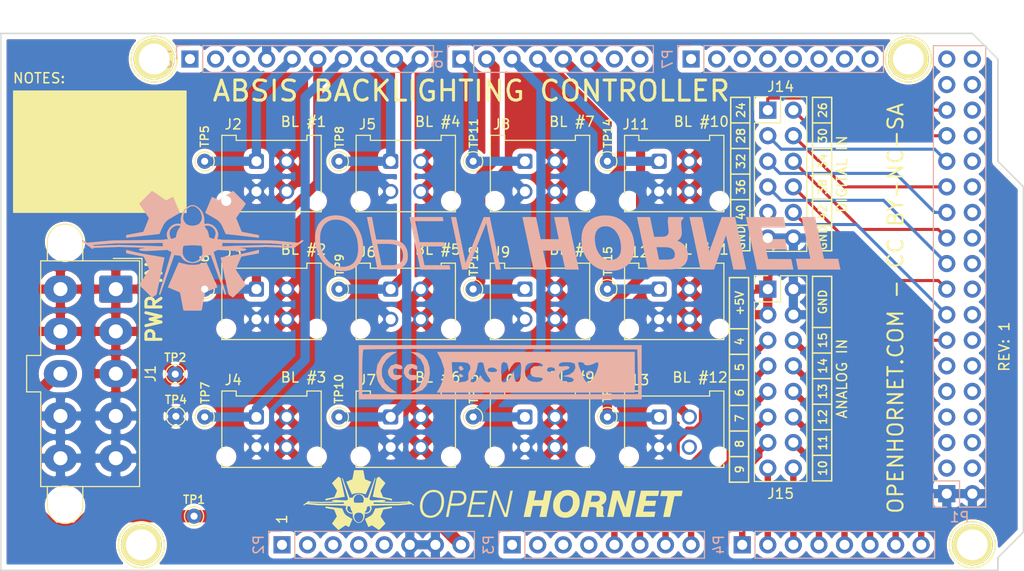
<source format=kicad_pcb>
(kicad_pcb (version 20171130) (host pcbnew "(5.1.4)-1")
  (title_block (date "mar. 31 mars 2015"))
  (layers (0 F.Cu signal) (31 B.Cu signal) (34 B.Paste user) (35 F.Paste user) (36 B.SilkS user) (37 F.SilkS user) (38 B.Mask user) (39 F.Mask user) (44 Edge.Cuts user))
  (net 0 "")
  (net 1 GND)
  (net 2 +5V)
  (net 3 +3V3)
  (net 4 +5VD)
  (net 5 /+12V_SUPPLY)
  (net 6 /+5V_SUPPLY)
  (net 7 "/52(SCK)")
  (net 8 "/53(SS)")
  (net 9 "/50(MISO)")
  (net 10 "/51(MOSI)")
  (net 11 /48)
  (net 12 /49)
  (net 13 /46)
  (net 14 /47)
  (net 15 /44)
  (net 16 /45)
  (net 17 /42)
  (net 18 /43)
  (net 19 /40)
  (net 20 /41)
  (net 21 /38)
  (net 22 /39)
  (net 23 /36)
  (net 24 /37)
  (net 25 /34)
  (net 26 /35)
  (net 27 /32)
  (net 28 /33)
  (net 29 /30)
  (net 30 /31)
  (net 31 /28)
  (net 32 /29)
  (net 33 /26)
  (net 34 /27)
  (net 35 /24)
  (net 36 /25)
  (net 37 /22)
  (net 38 /23)
  (net 39 /Reset)
  (net 40 /IOREF)
  (net 41 "Net-(P2-Pad1)")
  (net 42 /A0)
  (net 43 /A1)
  (net 44 /A2)
  (net 45 /A3)
  (net 46 /A4)
  (net 47 /A5)
  (net 48 /A6)
  (net 49 /A7)
  (net 50 /A8)
  (net 51 /A9)
  (net 52 /A10)
  (net 53 /A11)
  (net 54 /A12)
  (net 55 /A13)
  (net 56 /A14)
  (net 57 /A15)
  (net 58 /SCL)
  (net 59 /SDA)
  (net 60 /AREF)
  (net 61 "/13(**)")
  (net 62 "/12(**)")
  (net 63 "/11(**)")
  (net 64 "/10(**)")
  (net 65 "/9(**)")
  (net 66 "/8(**)")
  (net 67 "/7(**)")
  (net 68 "/6(**)")
  (net 69 "/5(**)")
  (net 70 "/4(**)")
  (net 71 "/3(**)")
  (net 72 "/2(**)")
  (net 73 "/1(Tx0)")
  (net 74 "/0(Rx0)")
  (net 75 "/14(Tx3)")
  (net 76 "/15(Rx3)")
  (net 77 "/16(Tx2)")
  (net 78 "/17(Rx2)")
  (net 79 "/18(Tx1)")
  (net 80 "/19(Rx1)")
  (net 81 "/20(SDA)")
  (net 82 "/21(SCL)")
  (module Connector_Molex:Molex_Mini-Fit_Jr_5566-10A2_2x05_P4.20mm_Vertical (layer F.Cu) (at 114.808 93.726 270)
    (fp_text reference J1 (at 8.4 -3.45 90) (layer F.SilkS))
    (fp_text value "PWR IN")
    (pad 1 thru_hole roundrect (at 0 0 270) (size 2.7 3.3) (drill 1.4) (layers *.Cu *.Mask) (roundrect_rratio 0.09259299999999999) (net 6 /+5V_SUPPLY))
    (pad 2 thru_hole oval (at 4.2 0 270) (size 2.7 3.3) (drill 1.4) (layers *.Cu *.Mask) (net 6 /+5V_SUPPLY))
    (pad 3 thru_hole oval (at 8.4 0 270) (size 2.7 3.3) (drill 1.4) (layers *.Cu *.Mask) (net 6 /+5V_SUPPLY))
    (pad 4 thru_hole oval (at 12.6 0 270) (size 2.7 3.3) (drill 1.4) (layers *.Cu *.Mask) (net 1 GND))
    (pad 5 thru_hole oval (at 16.8 0 270) (size 2.7 3.3) (drill 1.4) (layers *.Cu *.Mask) (net 1 GND))
    (pad 6 thru_hole oval (at 0 5.5 270) (size 2.7 3.3) (drill 1.4) (layers *.Cu *.Mask) (net 6 /+5V_SUPPLY))
    (pad 7 thru_hole oval (at 4.2 5.5 270) (size 2.7 3.3) (drill 1.4) (layers *.Cu *.Mask) (net 6 /+5V_SUPPLY))
    (pad 8 thru_hole oval (at 8.4 5.5 270) (size 2.7 3.3) (drill 1.4) (layers *.Cu *.Mask) (net 5 /+12V_SUPPLY))
    (pad 9 thru_hole oval (at 12.6 5.5 270) (size 2.7 3.3) (drill 1.4) (layers *.Cu *.Mask) (net 1 GND))
    (pad 10 thru_hole oval (at 16.8 5.5 270) (size 2.7 3.3) (drill 1.4) (layers *.Cu *.Mask) (net 1 GND))
    (pad "" np_thru_hole circle (at -4.7 5.04 270) (size 3 3) (drill 3) (layers *.Cu *.Mask))
    (pad "" np_thru_hole circle (at 21.5 5.04 270) (size 3 3) (drill 3) (layers *.Cu *.Mask))
  )
  (module KiCAD_Libraries:CC-BY-NC-SA-Small (layer B.Cu) (at 152.908 101.981)
    (fp_text reference G*** hide)
    (fp_text value LOGO hide)
  )
  (module KiCAD_Libraries:OH_LOGO_75.4mm_11.9mm (layer B.Cu) (at 149.098 89.916)
    (fp_text reference G*** hide)
    (fp_text value LOGO hide)
  )
  (module KiCAD_Libraries:OH_LOGO_37.7mm_5.9mm (layer F.Cu) (at 152.273 114.681)
    (fp_text reference G*** hide)
    (fp_text value LOGO hide)
  )
  (module Socket_Arduino_Mega:Arduino_1pin (layer F.Cu) (at 117.348 119.126)
    (fp_text reference MK1 hide)
    (fp_text value MH hide)
    (pad 1 thru_hole circle (at 0 0) (size 4.064 4.064) (drill 3.048) (layers *.Cu *.Mask F.SilkS))
  )
  (module Socket_Arduino_Mega:Arduino_1pin (layer F.Cu) (at 199.898 119.126)
    (fp_text reference MK3 hide)
    (fp_text value MH hide)
    (pad 1 thru_hole circle (at 0 0) (size 4.064 4.064) (drill 3.048) (layers *.Cu *.Mask F.SilkS))
  )
  (module Socket_Arduino_Mega:Arduino_1pin (layer F.Cu) (at 118.618 70.866)
    (fp_text reference MK4 hide)
    (fp_text value MH hide)
    (pad 1 thru_hole circle (at 0 0) (size 4.064 4.064) (drill 3.048) (layers *.Cu *.Mask F.SilkS))
  )
  (module Socket_Arduino_Mega:Arduino_1pin (layer F.Cu) (at 193.548 70.866)
    (fp_text reference MK6 hide)
    (fp_text value MH hide)
    (pad 1 thru_hole circle (at 0 0) (size 4.064 4.064) (drill 3.048) (layers *.Cu *.Mask F.SilkS))
  )
  (module TestPoint:TestPoint_THTPad_D1.5mm_Drill0.7mm (layer F.Cu) (at 122.5804 116.2812)
    (fp_text reference TP1 (at 0 -1.648) (layer F.SilkS) (effects (font (size 0.8 0.8))))
    (fp_text value TP-12)
    (pad 1 thru_hole circle (at 0 0) (size 1.5 1.5) (drill 0.7) (layers *.Cu *.Mask) (net 5 /+12V_SUPPLY))
  )
  (module TestPoint:TestPoint_THTPad_D1.5mm_Drill0.7mm (layer F.Cu) (at 120.7135 102.1715)
    (fp_text reference TP2 (at 0 -1.648) (layer F.SilkS) (effects (font (size 0.8 0.8))))
    (fp_text value TP-5V)
    (pad 1 thru_hole circle (at 0 0) (size 1.5 1.5) (drill 0.7) (layers *.Cu *.Mask) (net 6 /+5V_SUPPLY))
  )
  (module TestPoint:TestPoint_THTPad_D1.5mm_Drill0.7mm (layer F.Cu) (at 120.777 106.3625)
    (fp_text reference TP4 (at 0 -1.648) (layer F.SilkS) (effects (font (size 0.8 0.8))))
    (fp_text value TP-GND)
    (pad 1 thru_hole circle (at 0 0) (size 1.5 1.5) (drill 0.7) (layers *.Cu *.Mask) (net 1 GND))
  )
  (module Connector_PinHeader_2.54mm:PinHeader_2x18_P2.54mm_Vertical (layer B.Cu) (at 197.358 114.046)
    (fp_text reference P1 (at 1.27 2.33) (layer B.SilkS) (effects (justify mirror)))
    (fp_text value Digital)
    (pad 1 thru_hole rect (at 0 0) (size 1.7 1.7) (drill 1) (layers *.Cu *.Mask) (net 1 GND))
    (pad 2 thru_hole oval (at 2.54 0) (size 1.7 1.7) (drill 1) (layers *.Cu *.Mask) (net 1 GND))
    (pad 3 thru_hole oval (at 0 -2.54) (size 1.7 1.7) (drill 1) (layers *.Cu *.Mask) (net 7 "/52(SCK)"))
    (pad 4 thru_hole oval (at 2.54 -2.54) (size 1.7 1.7) (drill 1) (layers *.Cu *.Mask) (net 8 "/53(SS)"))
    (pad 5 thru_hole oval (at 0 -5.08) (size 1.7 1.7) (drill 1) (layers *.Cu *.Mask) (net 9 "/50(MISO)"))
    (pad 6 thru_hole oval (at 2.54 -5.08) (size 1.7 1.7) (drill 1) (layers *.Cu *.Mask) (net 10 "/51(MOSI)"))
    (pad 7 thru_hole oval (at 0 -7.62) (size 1.7 1.7) (drill 1) (layers *.Cu *.Mask) (net 11 /48))
    (pad 8 thru_hole oval (at 2.54 -7.62) (size 1.7 1.7) (drill 1) (layers *.Cu *.Mask) (net 12 /49))
    (pad 9 thru_hole oval (at 0 -10.16) (size 1.7 1.7) (drill 1) (layers *.Cu *.Mask) (net 13 /46))
    (pad 10 thru_hole oval (at 2.54 -10.16) (size 1.7 1.7) (drill 1) (layers *.Cu *.Mask) (net 14 /47))
    (pad 11 thru_hole oval (at 0 -12.7) (size 1.7 1.7) (drill 1) (layers *.Cu *.Mask) (net 15 /44))
    (pad 12 thru_hole oval (at 2.54 -12.7) (size 1.7 1.7) (drill 1) (layers *.Cu *.Mask) (net 16 /45))
    (pad 13 thru_hole oval (at 0 -15.24) (size 1.7 1.7) (drill 1) (layers *.Cu *.Mask) (net 17 /42))
    (pad 14 thru_hole oval (at 2.54 -15.24) (size 1.7 1.7) (drill 1) (layers *.Cu *.Mask) (net 18 /43))
    (pad 15 thru_hole oval (at 0 -17.78) (size 1.7 1.7) (drill 1) (layers *.Cu *.Mask) (net 19 /40))
    (pad 16 thru_hole oval (at 2.54 -17.78) (size 1.7 1.7) (drill 1) (layers *.Cu *.Mask) (net 20 /41))
    (pad 17 thru_hole oval (at 0 -20.32) (size 1.7 1.7) (drill 1) (layers *.Cu *.Mask) (net 21 /38))
    (pad 18 thru_hole oval (at 2.54 -20.32) (size 1.7 1.7) (drill 1) (layers *.Cu *.Mask) (net 22 /39))
    (pad 19 thru_hole oval (at 0 -22.86) (size 1.7 1.7) (drill 1) (layers *.Cu *.Mask) (net 23 /36))
    (pad 20 thru_hole oval (at 2.54 -22.86) (size 1.7 1.7) (drill 1) (layers *.Cu *.Mask) (net 24 /37))
    (pad 21 thru_hole oval (at 0 -25.4) (size 1.7 1.7) (drill 1) (layers *.Cu *.Mask) (net 25 /34))
    (pad 22 thru_hole oval (at 2.54 -25.4) (size 1.7 1.7) (drill 1) (layers *.Cu *.Mask) (net 26 /35))
    (pad 23 thru_hole oval (at 0 -27.94) (size 1.7 1.7) (drill 1) (layers *.Cu *.Mask) (net 27 /32))
    (pad 24 thru_hole oval (at 2.54 -27.94) (size 1.7 1.7) (drill 1) (layers *.Cu *.Mask) (net 28 /33))
    (pad 25 thru_hole oval (at 0 -30.48) (size 1.7 1.7) (drill 1) (layers *.Cu *.Mask) (net 29 /30))
    (pad 26 thru_hole oval (at 2.54 -30.48) (size 1.7 1.7) (drill 1) (layers *.Cu *.Mask) (net 30 /31))
    (pad 27 thru_hole oval (at 0 -33.02) (size 1.7 1.7) (drill 1) (layers *.Cu *.Mask) (net 31 /28))
    (pad 28 thru_hole oval (at 2.54 -33.02) (size 1.7 1.7) (drill 1) (layers *.Cu *.Mask) (net 32 /29))
    (pad 29 thru_hole oval (at 0 -35.56) (size 1.7 1.7) (drill 1) (layers *.Cu *.Mask) (net 33 /26))
    (pad 30 thru_hole oval (at 2.54 -35.56) (size 1.7 1.7) (drill 1) (layers *.Cu *.Mask) (net 34 /27))
    (pad 31 thru_hole oval (at 0 -38.1) (size 1.7 1.7) (drill 1) (layers *.Cu *.Mask) (net 35 /24))
    (pad 32 thru_hole oval (at 2.54 -38.1) (size 1.7 1.7) (drill 1) (layers *.Cu *.Mask) (net 36 /25))
    (pad 33 thru_hole oval (at 0 -40.64) (size 1.7 1.7) (drill 1) (layers *.Cu *.Mask) (net 37 /22))
    (pad 34 thru_hole oval (at 2.54 -40.64) (size 1.7 1.7) (drill 1) (layers *.Cu *.Mask) (net 38 /23))
    (pad 35 thru_hole oval (at 0 -43.18) (size 1.7 1.7) (drill 1) (layers *.Cu *.Mask) (net 4 +5VD))
    (pad 36 thru_hole oval (at 2.54 -43.18) (size 1.7 1.7) (drill 1) (layers *.Cu *.Mask) (net 4 +5VD))
  )
  (module Connector_PinHeader_2.54mm:PinHeader_1x08_P2.54mm_Vertical (layer B.Cu) (at 131.318 119.126 270)
    (fp_text reference P2 (at 0 2.33 270) (layer B.SilkS) (effects (justify mirror)))
    (fp_text value Power)
    (pad 1 thru_hole rect (at 0 0 270) (size 1.7 1.7) (drill 1) (layers *.Cu *.Mask) (net 41 "Net-(P2-Pad1)"))
    (pad 2 thru_hole oval (at 0 -2.54 270) (size 1.7 1.7) (drill 1) (layers *.Cu *.Mask) (net 40 /IOREF))
    (pad 3 thru_hole oval (at 0 -5.08 270) (size 1.7 1.7) (drill 1) (layers *.Cu *.Mask) (net 39 /Reset))
    (pad 4 thru_hole oval (at 0 -7.62 270) (size 1.7 1.7) (drill 1) (layers *.Cu *.Mask) (net 3 +3V3))
    (pad 5 thru_hole oval (at 0 -10.16 270) (size 1.7 1.7) (drill 1) (layers *.Cu *.Mask) (net 2 +5V))
    (pad 6 thru_hole oval (at 0 -12.7 270) (size 1.7 1.7) (drill 1) (layers *.Cu *.Mask) (net 1 GND))
    (pad 7 thru_hole oval (at 0 -15.24 270) (size 1.7 1.7) (drill 1) (layers *.Cu *.Mask) (net 1 GND))
    (pad 8 thru_hole oval (at 0 -17.78 270) (size 1.7 1.7) (drill 1) (layers *.Cu *.Mask) (net 5 /+12V_SUPPLY))
  )
  (module Connector_PinHeader_2.54mm:PinHeader_1x08_P2.54mm_Vertical (layer B.Cu) (at 154.178 119.126 270)
    (fp_text reference P3 (at 0 2.33 270) (layer B.SilkS) (effects (justify mirror)))
    (fp_text value Analog)
    (pad 1 thru_hole rect (at 0 0 270) (size 1.7 1.7) (drill 1) (layers *.Cu *.Mask) (net 42 /A0))
    (pad 2 thru_hole oval (at 0 -2.54 270) (size 1.7 1.7) (drill 1) (layers *.Cu *.Mask) (net 43 /A1))
    (pad 3 thru_hole oval (at 0 -5.08 270) (size 1.7 1.7) (drill 1) (layers *.Cu *.Mask) (net 44 /A2))
    (pad 4 thru_hole oval (at 0 -7.62 270) (size 1.7 1.7) (drill 1) (layers *.Cu *.Mask) (net 45 /A3))
    (pad 5 thru_hole oval (at 0 -10.16 270) (size 1.7 1.7) (drill 1) (layers *.Cu *.Mask) (net 46 /A4))
    (pad 6 thru_hole oval (at 0 -12.7 270) (size 1.7 1.7) (drill 1) (layers *.Cu *.Mask) (net 47 /A5))
    (pad 7 thru_hole oval (at 0 -15.24 270) (size 1.7 1.7) (drill 1) (layers *.Cu *.Mask) (net 48 /A6))
    (pad 8 thru_hole oval (at 0 -17.78 270) (size 1.7 1.7) (drill 1) (layers *.Cu *.Mask) (net 49 /A7))
  )
  (module Connector_PinHeader_2.54mm:PinHeader_1x08_P2.54mm_Vertical (layer B.Cu) (at 177.038 119.126 270)
    (fp_text reference P4 (at 0 2.33 270) (layer B.SilkS) (effects (justify mirror)))
    (fp_text value Analog)
    (pad 1 thru_hole rect (at 0 0 270) (size 1.7 1.7) (drill 1) (layers *.Cu *.Mask) (net 50 /A8))
    (pad 2 thru_hole oval (at 0 -2.54 270) (size 1.7 1.7) (drill 1) (layers *.Cu *.Mask) (net 51 /A9))
    (pad 3 thru_hole oval (at 0 -5.08 270) (size 1.7 1.7) (drill 1) (layers *.Cu *.Mask) (net 52 /A10))
    (pad 4 thru_hole oval (at 0 -7.62 270) (size 1.7 1.7) (drill 1) (layers *.Cu *.Mask) (net 53 /A11))
    (pad 5 thru_hole oval (at 0 -10.16 270) (size 1.7 1.7) (drill 1) (layers *.Cu *.Mask) (net 54 /A12))
    (pad 6 thru_hole oval (at 0 -12.7 270) (size 1.7 1.7) (drill 1) (layers *.Cu *.Mask) (net 55 /A13))
    (pad 7 thru_hole oval (at 0 -15.24 270) (size 1.7 1.7) (drill 1) (layers *.Cu *.Mask) (net 56 /A14))
    (pad 8 thru_hole oval (at 0 -17.78 270) (size 1.7 1.7) (drill 1) (layers *.Cu *.Mask) (net 57 /A15))
  )
  (module Connector_PinHeader_2.54mm:PinHeader_1x10_P2.54mm_Vertical (layer B.Cu) (at 122.174 70.866 270)
    (fp_text reference P5 (at 0 2.33 270) (layer B.SilkS) (effects (justify mirror)))
    (fp_text value PWM)
    (pad 1 thru_hole rect (at 0 0 270) (size 1.7 1.7) (drill 1) (layers *.Cu *.Mask) (net 58 /SCL))
    (pad 2 thru_hole oval (at 0 -2.54 270) (size 1.7 1.7) (drill 1) (layers *.Cu *.Mask) (net 59 /SDA))
    (pad 3 thru_hole oval (at 0 -5.08 270) (size 1.7 1.7) (drill 1) (layers *.Cu *.Mask) (net 60 /AREF))
    (pad 4 thru_hole oval (at 0 -7.62 270) (size 1.7 1.7) (drill 1) (layers *.Cu *.Mask) (net 1 GND))
    (pad 5 thru_hole oval (at 0 -10.16 270) (size 1.7 1.7) (drill 1) (layers *.Cu *.Mask) (net 61 "/13(**)"))
    (pad 6 thru_hole oval (at 0 -12.7 270) (size 1.7 1.7) (drill 1) (layers *.Cu *.Mask) (net 62 "/12(**)"))
    (pad 7 thru_hole oval (at 0 -15.24 270) (size 1.7 1.7) (drill 1) (layers *.Cu *.Mask) (net 63 "/11(**)"))
    (pad 8 thru_hole oval (at 0 -17.78 270) (size 1.7 1.7) (drill 1) (layers *.Cu *.Mask) (net 64 "/10(**)"))
    (pad 9 thru_hole oval (at 0 -20.32 270) (size 1.7 1.7) (drill 1) (layers *.Cu *.Mask) (net 65 "/9(**)"))
    (pad 10 thru_hole oval (at 0 -22.86 270) (size 1.7 1.7) (drill 1) (layers *.Cu *.Mask) (net 66 "/8(**)"))
  )
  (module Connector_PinHeader_2.54mm:PinHeader_1x08_P2.54mm_Vertical (layer B.Cu) (at 149.098 70.866 270)
    (fp_text reference P6 (at 0 2.33 270) (layer B.SilkS) (effects (justify mirror)))
    (fp_text value PWM)
    (pad 8 thru_hole oval (at 0 -17.78 270) (size 1.7 1.7) (drill 1) (layers *.Cu *.Mask) (net 74 "/0(Rx0)"))
    (pad 7 thru_hole oval (at 0 -15.24 270) (size 1.7 1.7) (drill 1) (layers *.Cu *.Mask) (net 73 "/1(Tx0)"))
    (pad 6 thru_hole oval (at 0 -12.7 270) (size 1.7 1.7) (drill 1) (layers *.Cu *.Mask) (net 72 "/2(**)"))
    (pad 5 thru_hole oval (at 0 -10.16 270) (size 1.7 1.7) (drill 1) (layers *.Cu *.Mask) (net 71 "/3(**)"))
    (pad 4 thru_hole oval (at 0 -7.62 270) (size 1.7 1.7) (drill 1) (layers *.Cu *.Mask) (net 70 "/4(**)"))
    (pad 3 thru_hole oval (at 0 -5.08 270) (size 1.7 1.7) (drill 1) (layers *.Cu *.Mask) (net 69 "/5(**)"))
    (pad 2 thru_hole oval (at 0 -2.54 270) (size 1.7 1.7) (drill 1) (layers *.Cu *.Mask) (net 68 "/6(**)"))
    (pad 1 thru_hole rect (at 0 0 270) (size 1.7 1.7) (drill 1) (layers *.Cu *.Mask) (net 67 "/7(**)"))
  )
  (module Connector_PinHeader_2.54mm:PinHeader_1x08_P2.54mm_Vertical (layer B.Cu) (at 171.958 70.866 270)
    (fp_text reference P7 (at 0 2.33 270) (layer B.SilkS) (effects (justify mirror)))
    (fp_text value Communication)
    (pad 8 thru_hole oval (at 0 -17.78 270) (size 1.7 1.7) (drill 1) (layers *.Cu *.Mask) (net 82 "/21(SCL)"))
    (pad 7 thru_hole oval (at 0 -15.24 270) (size 1.7 1.7) (drill 1) (layers *.Cu *.Mask) (net 81 "/20(SDA)"))
    (pad 6 thru_hole oval (at 0 -12.7 270) (size 1.7 1.7) (drill 1) (layers *.Cu *.Mask) (net 80 "/19(Rx1)"))
    (pad 5 thru_hole oval (at 0 -10.16 270) (size 1.7 1.7) (drill 1) (layers *.Cu *.Mask) (net 79 "/18(Tx1)"))
    (pad 4 thru_hole oval (at 0 -7.62 270) (size 1.7 1.7) (drill 1) (layers *.Cu *.Mask) (net 78 "/17(Rx2)"))
    (pad 3 thru_hole oval (at 0 -5.08 270) (size 1.7 1.7) (drill 1) (layers *.Cu *.Mask) (net 77 "/16(Tx2)"))
    (pad 2 thru_hole oval (at 0 -2.54 270) (size 1.7 1.7) (drill 1) (layers *.Cu *.Mask) (net 76 "/15(Rx3)"))
    (pad 1 thru_hole rect (at 0 0 270) (size 1.7 1.7) (drill 1) (layers *.Cu *.Mask) (net 75 "/14(Tx3)"))
  )
  (module Connector_Molex:Molex_Micro-Fit_3.0_43045-0412_2x02_P3.00mm_Vertical (layer F.Cu) (at 128.778 81.026)
    (fp_text reference J2 (at -2.31 -3.67) (layer F.SilkS))
    (fp_text value "BL #1" (at 4.675 -3.93) (layer F.SilkS))
    (pad 4 thru_hole circle (at 3 3) (size 1.5 1.5) (drill 1) (layers *.Cu *.Mask) (net 6 /+5V_SUPPLY))
    (pad 3 thru_hole circle (at 0 3) (size 1.5 1.5) (drill 1) (layers *.Cu *.Mask) (net 1 GND))
    (pad 2 thru_hole circle (at 3 0) (size 1.5 1.5) (drill 1) (layers *.Cu *.Mask) (net 6 /+5V_SUPPLY))
    (pad 1 thru_hole roundrect (at 0 0) (size 1.5 1.5) (drill 1) (layers *.Cu *.Mask) (roundrect_rratio 0.166667) (net 61 "/13(**)"))
    (pad "" np_thru_hole circle (at 6 3.94) (size 1 1) (drill 1) (layers *.Cu *.Mask))
    (pad "" np_thru_hole circle (at -3 3.94) (size 1 1) (drill 1) (layers *.Cu *.Mask))
  )
  (module Connector_Molex:Molex_Micro-Fit_3.0_43045-0412_2x02_P3.00mm_Vertical (layer F.Cu) (at 128.778 93.726)
    (fp_text reference J3 (at -2.31 -3.67) (layer F.SilkS))
    (fp_text value "BL #2" (at 4.675 -3.93) (layer F.SilkS))
    (pad 4 thru_hole circle (at 3 3) (size 1.5 1.5) (drill 1) (layers *.Cu *.Mask) (net 6 /+5V_SUPPLY))
    (pad 3 thru_hole circle (at 0 3) (size 1.5 1.5) (drill 1) (layers *.Cu *.Mask) (net 1 GND))
    (pad 2 thru_hole circle (at 3 0) (size 1.5 1.5) (drill 1) (layers *.Cu *.Mask) (net 6 /+5V_SUPPLY))
    (pad 1 thru_hole roundrect (at 0 0) (size 1.5 1.5) (drill 1) (layers *.Cu *.Mask) (roundrect_rratio 0.166667) (net 62 "/12(**)"))
    (pad "" np_thru_hole circle (at 6 3.94) (size 1 1) (drill 1) (layers *.Cu *.Mask))
    (pad "" np_thru_hole circle (at -3 3.94) (size 1 1) (drill 1) (layers *.Cu *.Mask))
  )
  (module Connector_Molex:Molex_Micro-Fit_3.0_43045-0412_2x02_P3.00mm_Vertical (layer F.Cu) (at 128.778 106.426)
    (fp_text reference J4 (at -2.31 -3.67) (layer F.SilkS))
    (fp_text value "BL #3" (at 4.675 -3.93) (layer F.SilkS))
    (pad "" np_thru_hole circle (at -3 3.94) (size 1 1) (drill 1) (layers *.Cu *.Mask))
    (pad "" np_thru_hole circle (at 6 3.94) (size 1 1) (drill 1) (layers *.Cu *.Mask))
    (pad 1 thru_hole roundrect (at 0 0) (size 1.5 1.5) (drill 1) (layers *.Cu *.Mask) (roundrect_rratio 0.166667) (net 63 "/11(**)"))
    (pad 2 thru_hole circle (at 3 0) (size 1.5 1.5) (drill 1) (layers *.Cu *.Mask) (net 6 /+5V_SUPPLY))
    (pad 3 thru_hole circle (at 0 3) (size 1.5 1.5) (drill 1) (layers *.Cu *.Mask) (net 1 GND))
    (pad 4 thru_hole circle (at 3 3) (size 1.5 1.5) (drill 1) (layers *.Cu *.Mask) (net 6 /+5V_SUPPLY))
  )
  (module Connector_Molex:Molex_Micro-Fit_3.0_43045-0412_2x02_P3.00mm_Vertical (layer F.Cu) (at 142.113 81.026)
    (fp_text reference J5 (at -2.31 -3.67) (layer F.SilkS))
    (fp_text value "BL #4" (at 4.675 -3.93) (layer F.SilkS))
    (pad 4 thru_hole circle (at 3 3) (size 1.5 1.5) (drill 1) (layers *.Cu *.Mask) (net 6 /+5V_SUPPLY))
    (pad 3 thru_hole circle (at 0 3) (size 1.5 1.5) (drill 1) (layers *.Cu *.Mask) (net 1 GND))
    (pad 2 thru_hole circle (at 3 0) (size 1.5 1.5) (drill 1) (layers *.Cu *.Mask) (net 6 /+5V_SUPPLY))
    (pad 1 thru_hole roundrect (at 0 0) (size 1.5 1.5) (drill 1) (layers *.Cu *.Mask) (roundrect_rratio 0.166667) (net 64 "/10(**)"))
    (pad "" np_thru_hole circle (at 6 3.94) (size 1 1) (drill 1) (layers *.Cu *.Mask))
    (pad "" np_thru_hole circle (at -3 3.94) (size 1 1) (drill 1) (layers *.Cu *.Mask))
  )
  (module Connector_Molex:Molex_Micro-Fit_3.0_43045-0412_2x02_P3.00mm_Vertical (layer F.Cu) (at 142.113 93.726)
    (fp_text reference J6 (at -2.31 -3.67) (layer F.SilkS))
    (fp_text value "BL #5" (at 4.675 -3.93) (layer F.SilkS))
    (pad "" np_thru_hole circle (at -3 3.94) (size 1 1) (drill 1) (layers *.Cu *.Mask))
    (pad "" np_thru_hole circle (at 6 3.94) (size 1 1) (drill 1) (layers *.Cu *.Mask))
    (pad 1 thru_hole roundrect (at 0 0) (size 1.5 1.5) (drill 1) (layers *.Cu *.Mask) (roundrect_rratio 0.166667) (net 65 "/9(**)"))
    (pad 2 thru_hole circle (at 3 0) (size 1.5 1.5) (drill 1) (layers *.Cu *.Mask) (net 6 /+5V_SUPPLY))
    (pad 3 thru_hole circle (at 0 3) (size 1.5 1.5) (drill 1) (layers *.Cu *.Mask) (net 1 GND))
    (pad 4 thru_hole circle (at 3 3) (size 1.5 1.5) (drill 1) (layers *.Cu *.Mask) (net 6 /+5V_SUPPLY))
  )
  (module Connector_Molex:Molex_Micro-Fit_3.0_43045-0412_2x02_P3.00mm_Vertical (layer F.Cu) (at 142.113 106.426)
    (fp_text reference J7 (at -2.31 -3.67) (layer F.SilkS))
    (fp_text value "BL #6" (at 4.675 -3.93) (layer F.SilkS))
    (pad 4 thru_hole circle (at 3 3) (size 1.5 1.5) (drill 1) (layers *.Cu *.Mask) (net 6 /+5V_SUPPLY))
    (pad 3 thru_hole circle (at 0 3) (size 1.5 1.5) (drill 1) (layers *.Cu *.Mask) (net 1 GND))
    (pad 2 thru_hole circle (at 3 0) (size 1.5 1.5) (drill 1) (layers *.Cu *.Mask) (net 6 /+5V_SUPPLY))
    (pad 1 thru_hole roundrect (at 0 0) (size 1.5 1.5) (drill 1) (layers *.Cu *.Mask) (roundrect_rratio 0.166667) (net 66 "/8(**)"))
    (pad "" np_thru_hole circle (at 6 3.94) (size 1 1) (drill 1) (layers *.Cu *.Mask))
    (pad "" np_thru_hole circle (at -3 3.94) (size 1 1) (drill 1) (layers *.Cu *.Mask))
  )
  (module Connector_Molex:Molex_Micro-Fit_3.0_43045-0412_2x02_P3.00mm_Vertical (layer F.Cu) (at 155.448 81.026)
    (fp_text reference J8 (at -2.31 -3.67) (layer F.SilkS))
    (fp_text value "BL #7" (at 4.675 -3.93) (layer F.SilkS))
    (pad 4 thru_hole circle (at 3 3) (size 1.5 1.5) (drill 1) (layers *.Cu *.Mask) (net 6 /+5V_SUPPLY))
    (pad 3 thru_hole circle (at 0 3) (size 1.5 1.5) (drill 1) (layers *.Cu *.Mask) (net 1 GND))
    (pad 2 thru_hole circle (at 3 0) (size 1.5 1.5) (drill 1) (layers *.Cu *.Mask) (net 6 /+5V_SUPPLY))
    (pad 1 thru_hole roundrect (at 0 0) (size 1.5 1.5) (drill 1) (layers *.Cu *.Mask) (roundrect_rratio 0.166667) (net 67 "/7(**)"))
    (pad "" np_thru_hole circle (at 6 3.94) (size 1 1) (drill 1) (layers *.Cu *.Mask))
    (pad "" np_thru_hole circle (at -3 3.94) (size 1 1) (drill 1) (layers *.Cu *.Mask))
  )
  (module Connector_Molex:Molex_Micro-Fit_3.0_43045-0412_2x02_P3.00mm_Vertical (layer F.Cu) (at 155.448 93.726)
    (fp_text reference J9 (at -2.31 -3.67) (layer F.SilkS))
    (fp_text value "BL #8" (at 4.675 -3.93) (layer F.SilkS))
    (pad "" np_thru_hole circle (at -3 3.94) (size 1 1) (drill 1) (layers *.Cu *.Mask))
    (pad "" np_thru_hole circle (at 6 3.94) (size 1 1) (drill 1) (layers *.Cu *.Mask))
    (pad 1 thru_hole roundrect (at 0 0) (size 1.5 1.5) (drill 1) (layers *.Cu *.Mask) (roundrect_rratio 0.166667) (net 68 "/6(**)"))
    (pad 2 thru_hole circle (at 3 0) (size 1.5 1.5) (drill 1) (layers *.Cu *.Mask) (net 6 /+5V_SUPPLY))
    (pad 3 thru_hole circle (at 0 3) (size 1.5 1.5) (drill 1) (layers *.Cu *.Mask) (net 1 GND))
    (pad 4 thru_hole circle (at 3 3) (size 1.5 1.5) (drill 1) (layers *.Cu *.Mask) (net 6 /+5V_SUPPLY))
  )
  (module Connector_Molex:Molex_Micro-Fit_3.0_43045-0412_2x02_P3.00mm_Vertical (layer F.Cu) (at 155.448 106.426)
    (fp_text reference J10 (at -2.31 -3.67) (layer F.SilkS))
    (fp_text value "BL #9" (at 4.675 -3.93) (layer F.SilkS))
    (pad 4 thru_hole circle (at 3 3) (size 1.5 1.5) (drill 1) (layers *.Cu *.Mask) (net 6 /+5V_SUPPLY))
    (pad 3 thru_hole circle (at 0 3) (size 1.5 1.5) (drill 1) (layers *.Cu *.Mask) (net 1 GND))
    (pad 2 thru_hole circle (at 3 0) (size 1.5 1.5) (drill 1) (layers *.Cu *.Mask) (net 6 /+5V_SUPPLY))
    (pad 1 thru_hole roundrect (at 0 0) (size 1.5 1.5) (drill 1) (layers *.Cu *.Mask) (roundrect_rratio 0.166667) (net 69 "/5(**)"))
    (pad "" np_thru_hole circle (at 6 3.94) (size 1 1) (drill 1) (layers *.Cu *.Mask))
    (pad "" np_thru_hole circle (at -3 3.94) (size 1 1) (drill 1) (layers *.Cu *.Mask))
  )
  (module Connector_Molex:Molex_Micro-Fit_3.0_43045-0412_2x02_P3.00mm_Vertical (layer F.Cu) (at 168.783 81.026)
    (fp_text reference J11 (at -2.31 -3.67) (layer F.SilkS))
    (fp_text value "BL #10" (at 4.191 -3.937) (layer F.SilkS))
    (pad "" np_thru_hole circle (at -3 3.94) (size 1 1) (drill 1) (layers *.Cu *.Mask))
    (pad "" np_thru_hole circle (at 6 3.94) (size 1 1) (drill 1) (layers *.Cu *.Mask))
    (pad 1 thru_hole roundrect (at 0 0) (size 1.5 1.5) (drill 1) (layers *.Cu *.Mask) (roundrect_rratio 0.166667) (net 70 "/4(**)"))
    (pad 2 thru_hole circle (at 3 0) (size 1.5 1.5) (drill 1) (layers *.Cu *.Mask) (net 6 /+5V_SUPPLY))
    (pad 3 thru_hole circle (at 0 3) (size 1.5 1.5) (drill 1) (layers *.Cu *.Mask) (net 1 GND))
    (pad 4 thru_hole circle (at 3 3) (size 1.5 1.5) (drill 1) (layers *.Cu *.Mask) (net 6 /+5V_SUPPLY))
  )
  (module Connector_Molex:Molex_Micro-Fit_3.0_43045-0412_2x02_P3.00mm_Vertical (layer F.Cu) (at 168.783 93.726)
    (fp_text reference J12 (at -2.31 -3.67) (layer F.SilkS))
    (fp_text value "BL #11" (at 4.191 -3.937) (layer F.SilkS))
    (pad "" np_thru_hole circle (at -3 3.94) (size 1 1) (drill 1) (layers *.Cu *.Mask))
    (pad "" np_thru_hole circle (at 6 3.94) (size 1 1) (drill 1) (layers *.Cu *.Mask))
    (pad 1 thru_hole roundrect (at 0 0) (size 1.5 1.5) (drill 1) (layers *.Cu *.Mask) (roundrect_rratio 0.166667) (net 71 "/3(**)"))
    (pad 2 thru_hole circle (at 3 0) (size 1.5 1.5) (drill 1) (layers *.Cu *.Mask) (net 6 /+5V_SUPPLY))
    (pad 3 thru_hole circle (at 0 3) (size 1.5 1.5) (drill 1) (layers *.Cu *.Mask) (net 1 GND))
    (pad 4 thru_hole circle (at 3 3) (size 1.5 1.5) (drill 1) (layers *.Cu *.Mask) (net 6 /+5V_SUPPLY))
  )
  (module Connector_Molex:Molex_Micro-Fit_3.0_43045-0412_2x02_P3.00mm_Vertical (layer F.Cu) (at 168.783 106.426)
    (fp_text reference J13 (at -2.31 -3.67) (layer F.SilkS))
    (fp_text value "BL #12" (at 4.064 -3.93) (layer F.SilkS))
    (pad "" np_thru_hole circle (at -3 3.94) (size 1 1) (drill 1) (layers *.Cu *.Mask))
    (pad "" np_thru_hole circle (at 6 3.94) (size 1 1) (drill 1) (layers *.Cu *.Mask))
    (pad 1 thru_hole roundrect (at 0 0) (size 1.5 1.5) (drill 1) (layers *.Cu *.Mask) (roundrect_rratio 0.166667) (net 72 "/2(**)"))
    (pad 2 thru_hole circle (at 3 0) (size 1.5 1.5) (drill 1) (layers *.Cu *.Mask) (net 6 /+5V_SUPPLY))
    (pad 3 thru_hole circle (at 0 3) (size 1.5 1.5) (drill 1) (layers *.Cu *.Mask) (net 1 GND))
    (pad 4 thru_hole circle (at 3 3) (size 1.5 1.5) (drill 1) (layers *.Cu *.Mask) (net 6 /+5V_SUPPLY))
  )
  (module TestPoint:TestPoint_THTPad_D1.5mm_Drill0.7mm (layer F.Cu) (at 123.6345 81.026)
    (fp_text reference TP5 (at 0 -2.4765 90) (layer F.SilkS) (effects (font (size 0.8 0.8))))
    (fp_text value TP-BL1)
    (pad 1 thru_hole circle (at 0 0) (size 1.5 1.5) (drill 0.7) (layers *.Cu *.Mask) (net 61 "/13(**)"))
  )
  (module TestPoint:TestPoint_THTPad_D1.5mm_Drill0.7mm (layer F.Cu) (at 123.6345 93.726)
    (fp_text reference TP6 (at 0 -2.3495 90) (layer F.SilkS) (effects (font (size 0.8 0.8))))
    (fp_text value TP-BL2)
    (pad 1 thru_hole circle (at 0 0) (size 1.5 1.5) (drill 0.7) (layers *.Cu *.Mask) (net 62 "/12(**)"))
  )
  (module TestPoint:TestPoint_THTPad_D1.5mm_Drill0.7mm (layer F.Cu) (at 123.6345 106.426)
    (fp_text reference TP7 (at 0.0635 -2.413 90) (layer F.SilkS) (effects (font (size 0.8 0.8))))
    (fp_text value TP-BL3)
    (pad 1 thru_hole circle (at 0 0) (size 1.5 1.5) (drill 0.7) (layers *.Cu *.Mask) (net 63 "/11(**)"))
  )
  (module TestPoint:TestPoint_THTPad_D1.5mm_Drill0.7mm (layer F.Cu) (at 136.9695 81.026)
    (fp_text reference TP8 (at 0.0635 -2.413 90) (layer F.SilkS) (effects (font (size 0.8 0.8))))
    (fp_text value TP-BL4)
    (pad 1 thru_hole circle (at 0 0) (size 1.5 1.5) (drill 0.7) (layers *.Cu *.Mask) (net 64 "/10(**)"))
  )
  (module TestPoint:TestPoint_THTPad_D1.5mm_Drill0.7mm (layer F.Cu) (at 136.9695 93.726)
    (fp_text reference TP9 (at 0.0635 -2.413 90) (layer F.SilkS) (effects (font (size 0.8 0.8))))
    (fp_text value TP-BL5)
    (pad 1 thru_hole circle (at 0 0) (size 1.5 1.5) (drill 0.7) (layers *.Cu *.Mask) (net 65 "/9(**)"))
  )
  (module TestPoint:TestPoint_THTPad_D1.5mm_Drill0.7mm (layer F.Cu) (at 136.9695 106.426)
    (fp_text reference TP10 (at 0 -2.794 90) (layer F.SilkS) (effects (font (size 0.8 0.8))))
    (fp_text value TP-BL6)
    (pad 1 thru_hole circle (at 0 0) (size 1.5 1.5) (drill 0.7) (layers *.Cu *.Mask) (net 66 "/8(**)"))
  )
  (module TestPoint:TestPoint_THTPad_D1.5mm_Drill0.7mm (layer F.Cu) (at 150.3045 81.026)
    (fp_text reference TP11 (at 0.0635 -2.794 90) (layer F.SilkS) (effects (font (size 0.8 0.8))))
    (fp_text value TP-BL7)
    (pad 1 thru_hole circle (at 0 0) (size 1.5 1.5) (drill 0.7) (layers *.Cu *.Mask) (net 67 "/7(**)"))
  )
  (module TestPoint:TestPoint_THTPad_D1.5mm_Drill0.7mm (layer F.Cu) (at 150.3045 93.726)
    (fp_text reference TP12 (at 0.0635 -2.794 90) (layer F.SilkS) (effects (font (size 0.8 0.8))))
    (fp_text value TP-BL8)
    (pad 1 thru_hole circle (at 0 0) (size 1.5 1.5) (drill 0.7) (layers *.Cu *.Mask) (net 68 "/6(**)"))
  )
  (module TestPoint:TestPoint_THTPad_D1.5mm_Drill0.7mm (layer F.Cu) (at 150.3045 106.426)
    (fp_text reference TP13 (at 0.0635 -2.794 90) (layer F.SilkS) (effects (font (size 0.8 0.8))))
    (fp_text value TP-BL9)
    (pad 1 thru_hole circle (at 0 0) (size 1.5 1.5) (drill 0.7) (layers *.Cu *.Mask) (net 69 "/5(**)"))
  )
  (module TestPoint:TestPoint_THTPad_D1.5mm_Drill0.7mm (layer F.Cu) (at 163.6395 81.026)
    (fp_text reference TP14 (at 0.0635 -2.794 90) (layer F.SilkS) (effects (font (size 0.8 0.8))))
    (fp_text value TP-BL10)
    (pad 1 thru_hole circle (at 0 0) (size 1.5 1.5) (drill 0.7) (layers *.Cu *.Mask) (net 70 "/4(**)"))
  )
  (module TestPoint:TestPoint_THTPad_D1.5mm_Drill0.7mm (layer F.Cu) (at 163.6395 93.726)
    (fp_text reference TP15 (at 0.0635 -2.794 90) (layer F.SilkS) (effects (font (size 0.8 0.8))))
    (fp_text value TP-BL11)
    (pad 1 thru_hole circle (at 0 0) (size 1.5 1.5) (drill 0.7) (layers *.Cu *.Mask) (net 71 "/3(**)"))
  )
  (module TestPoint:TestPoint_THTPad_D1.5mm_Drill0.7mm (layer F.Cu) (at 163.6395 106.426)
    (fp_text reference TP16 (at 0 -2.921 270) (layer F.SilkS) (effects (font (size 0.8 0.8))))
    (fp_text value TP-BL12)
    (pad 1 thru_hole circle (at 0 0) (size 1.5 1.5) (drill 0.7) (layers *.Cu *.Mask) (net 72 "/2(**)"))
  )
  (module Connector_PinHeader_2.54mm:PinHeader_2x06_P2.54mm_Vertical (layer F.Cu) (at 179.578 75.946)
    (fp_text reference J14 (at 1.27 -2.33) (layer F.SilkS))
    (fp_text value "DIGITAL IN" (at 7.366 6.35 270) (layer F.SilkS))
    (pad 1 thru_hole rect (at 0 0) (size 1.7 1.7) (drill 1) (layers *.Cu *.Mask) (net 35 /24))
    (pad 2 thru_hole oval (at 2.54 0) (size 1.7 1.7) (drill 1) (layers *.Cu *.Mask) (net 33 /26))
    (pad 3 thru_hole oval (at 0 2.54) (size 1.7 1.7) (drill 1) (layers *.Cu *.Mask) (net 31 /28))
    (pad 4 thru_hole oval (at 2.54 2.54) (size 1.7 1.7) (drill 1) (layers *.Cu *.Mask) (net 29 /30))
    (pad 5 thru_hole oval (at 0 5.08) (size 1.7 1.7) (drill 1) (layers *.Cu *.Mask) (net 27 /32))
    (pad 6 thru_hole oval (at 2.54 5.08) (size 1.7 1.7) (drill 1) (layers *.Cu *.Mask) (net 25 /34))
    (pad 7 thru_hole oval (at 0 7.62) (size 1.7 1.7) (drill 1) (layers *.Cu *.Mask) (net 23 /36))
    (pad 8 thru_hole oval (at 2.54 7.62) (size 1.7 1.7) (drill 1) (layers *.Cu *.Mask) (net 21 /38))
    (pad 9 thru_hole oval (at 0 10.16) (size 1.7 1.7) (drill 1) (layers *.Cu *.Mask) (net 19 /40))
    (pad 10 thru_hole oval (at 2.54 10.16) (size 1.7 1.7) (drill 1) (layers *.Cu *.Mask) (net 17 /42))
    (pad 11 thru_hole oval (at 0 12.7) (size 1.7 1.7) (drill 1) (layers *.Cu *.Mask) (net 1 GND))
    (pad 12 thru_hole oval (at 2.54 12.7) (size 1.7 1.7) (drill 1) (layers *.Cu *.Mask) (net 1 GND))
  )
  (module Connector_PinHeader_2.54mm:PinHeader_2x08_P2.54mm_Vertical (layer F.Cu) (at 179.578 93.726)
    (fp_text reference J15 (at 1.27 20.32) (layer F.SilkS))
    (fp_text value "ANALOG IN" (at 7.366 8.89 90) (layer F.SilkS))
    (pad 1 thru_hole rect (at 0 0) (size 1.7 1.7) (drill 1) (layers *.Cu *.Mask) (net 6 /+5V_SUPPLY))
    (pad 2 thru_hole oval (at 2.54 0) (size 1.7 1.7) (drill 1) (layers *.Cu *.Mask) (net 1 GND))
    (pad 3 thru_hole oval (at 0 2.54) (size 1.7 1.7) (drill 1) (layers *.Cu *.Mask) (net 6 /+5V_SUPPLY))
    (pad 4 thru_hole oval (at 2.54 2.54) (size 1.7 1.7) (drill 1) (layers *.Cu *.Mask) (net 1 GND))
    (pad 5 thru_hole oval (at 0 5.08) (size 1.7 1.7) (drill 1) (layers *.Cu *.Mask) (net 46 /A4))
    (pad 6 thru_hole oval (at 2.54 5.08) (size 1.7 1.7) (drill 1) (layers *.Cu *.Mask) (net 57 /A15))
    (pad 7 thru_hole oval (at 0 7.62) (size 1.7 1.7) (drill 1) (layers *.Cu *.Mask) (net 47 /A5))
    (pad 8 thru_hole oval (at 2.54 7.62) (size 1.7 1.7) (drill 1) (layers *.Cu *.Mask) (net 56 /A14))
    (pad 9 thru_hole oval (at 0 10.16) (size 1.7 1.7) (drill 1) (layers *.Cu *.Mask) (net 48 /A6))
    (pad 10 thru_hole oval (at 2.54 10.16) (size 1.7 1.7) (drill 1) (layers *.Cu *.Mask) (net 55 /A13))
    (pad 11 thru_hole oval (at 0 12.7) (size 1.7 1.7) (drill 1) (layers *.Cu *.Mask) (net 49 /A7))
    (pad 12 thru_hole oval (at 2.54 12.7) (size 1.7 1.7) (drill 1) (layers *.Cu *.Mask) (net 54 /A12))
    (pad 13 thru_hole oval (at 0 15.24) (size 1.7 1.7) (drill 1) (layers *.Cu *.Mask) (net 50 /A8))
    (pad 14 thru_hole oval (at 2.54 15.24) (size 1.7 1.7) (drill 1) (layers *.Cu *.Mask) (net 53 /A11))
    (pad 15 thru_hole oval (at 0 17.78) (size 1.7 1.7) (drill 1) (layers *.Cu *.Mask) (net 51 /A9))
    (pad 16 thru_hole oval (at 2.54 17.78) (size 1.7 1.7) (drill 1) (layers *.Cu *.Mask) (net 52 /A10))
  )
  (gr_text NOTES: (at 107.188 72.771) (layer F.SilkS) (effects (font (size 1 1))))
  (gr_poly (pts (xy 104.648 74.041) (xy 121.793 74.041) (xy 121.793 86.106) (xy 104.648 86.106)) (layer F.SilkS) (width 0.1))
  (gr_text GND (at 176.911 88.646 90) (layer F.SilkS) (effects (font (size 0.8 0.8))))
  (gr_text 36 (at 176.911 83.566 90) (layer F.SilkS) (effects (font (size 0.8 0.8))))
  (gr_text 24 (at 176.911 75.946 90) (layer F.SilkS) (effects (font (size 0.8 0.8))))
  (gr_text 28 (at 176.911 78.486 90) (layer F.SilkS) (effects (font (size 0.8 0.8))))
  (gr_text 32 (at 176.911 81.026 90) (layer F.SilkS) (effects (font (size 0.8 0.8))))
  (gr_text 40 (at 176.911 86.106 90) (layer F.SilkS) (effects (font (size 0.8 0.8))))
  (gr_line (start 175.895 89.916) (end 175.895 74.676) (layer F.SilkS) (width 0.15))
  (gr_line (start 175.895 77.216) (end 177.8 77.216) (layer F.SilkS) (width 0.15))
  (gr_line (start 175.895 87.376) (end 177.8 87.376) (layer F.SilkS) (width 0.15))
  (gr_line (start 177.8 74.676) (end 177.8 89.916) (layer F.SilkS) (width 0.15))
  (gr_line (start 177.8 89.916) (end 175.895 89.916) (layer F.SilkS) (width 0.15))
  (gr_line (start 175.895 74.676) (end 177.8 74.676) (layer F.SilkS) (width 0.15))
  (gr_line (start 175.895 84.836) (end 177.8 84.836) (layer F.SilkS) (width 0.15))
  (gr_line (start 175.895 79.756) (end 177.8 79.756) (layer F.SilkS) (width 0.15))
  (gr_line (start 175.895 82.296) (end 177.8 82.296) (layer F.SilkS) (width 0.15))
  (gr_line (start 184.023 87.376) (end 185.928 87.376) (layer F.SilkS) (width 0.15))
  (gr_line (start 184.023 84.836) (end 185.928 84.836) (layer F.SilkS) (width 0.15))
  (gr_line (start 184.023 82.296) (end 185.928 82.296) (layer F.SilkS) (width 0.15))
  (gr_line (start 184.023 79.756) (end 185.928 79.756) (layer F.SilkS) (width 0.15))
  (gr_line (start 184.023 77.216) (end 185.928 77.216) (layer F.SilkS) (width 0.15))
  (gr_line (start 184.023 89.916) (end 184.023 74.676) (layer F.SilkS) (width 0.15))
  (gr_line (start 185.928 89.916) (end 184.023 89.916) (layer F.SilkS) (width 0.15))
  (gr_line (start 185.928 74.676) (end 185.928 89.916) (layer F.SilkS) (width 0.15))
  (gr_line (start 184.023 74.676) (end 185.928 74.676) (layer F.SilkS) (width 0.15))
  (gr_text 26 (at 185.039 75.946 90) (layer F.SilkS) (effects (font (size 0.8 0.8))))
  (gr_text 30 (at 185.039 78.486 90) (layer F.SilkS) (effects (font (size 0.8 0.8))))
  (gr_text 34 (at 185.039 81.026 90) (layer F.SilkS) (effects (font (size 0.8 0.8))))
  (gr_text 38 (at 185.039 83.566 90) (layer F.SilkS) (effects (font (size 0.8 0.8))))
  (gr_text 42 (at 185.039 86.106 90) (layer F.SilkS) (effects (font (size 0.8 0.8))))
  (gr_text GND (at 185.039 88.646 90) (layer F.SilkS) (effects (font (size 0.8 0.8))))
  (gr_text 6 (at 176.784 104.013 90) (layer F.SilkS) (effects (font (size 0.8 0.8))))
  (gr_text +5V (at 176.784 95.123 90) (layer F.SilkS) (effects (font (size 0.8 0.8))))
  (gr_text 5 (at 176.784 101.473 90) (layer F.SilkS) (effects (font (size 0.8 0.8))))
  (gr_text 7 (at 176.784 106.553 90) (layer F.SilkS) (effects (font (size 0.8 0.8))))
  (gr_text 4 (at 176.784 98.933 90) (layer F.SilkS) (effects (font (size 0.8 0.8))))
  (gr_text 8 (at 176.784 109.093 90) (layer F.SilkS) (effects (font (size 0.8 0.8))))
  (gr_text 9 (at 176.784 111.633 90) (layer F.SilkS) (effects (font (size 0.8 0.8))))
  (gr_line (start 175.768 97.663) (end 175.768 112.903) (layer F.SilkS) (width 0.15))
  (gr_line (start 177.673 97.663) (end 177.673 100.203) (layer F.SilkS) (width 0.15))
  (gr_line (start 177.673 107.823) (end 177.673 110.363) (layer F.SilkS) (width 0.15))
  (gr_line (start 177.673 105.283) (end 175.768 105.283) (layer F.SilkS) (width 0.15))
  (gr_line (start 175.768 92.583) (end 175.768 97.663) (layer F.SilkS) (width 0.15))
  (gr_line (start 177.673 112.903) (end 175.768 112.903) (layer F.SilkS) (width 0.15))
  (gr_line (start 177.673 107.823) (end 175.768 107.823) (layer F.SilkS) (width 0.15))
  (gr_line (start 177.673 97.663) (end 177.673 92.583) (layer F.SilkS) (width 0.15))
  (gr_line (start 177.673 105.283) (end 177.673 107.823) (layer F.SilkS) (width 0.15))
  (gr_line (start 177.673 100.203) (end 177.673 102.743) (layer F.SilkS) (width 0.15))
  (gr_line (start 177.673 110.363) (end 175.768 110.363) (layer F.SilkS) (width 0.15))
  (gr_line (start 177.673 102.743) (end 177.673 105.283) (layer F.SilkS) (width 0.15))
  (gr_line (start 177.673 100.203) (end 175.768 100.203) (layer F.SilkS) (width 0.15))
  (gr_line (start 175.768 97.663) (end 177.673 97.663) (layer F.SilkS) (width 0.15))
  (gr_line (start 177.673 102.743) (end 175.768 102.743) (layer F.SilkS) (width 0.15))
  (gr_line (start 177.673 92.583) (end 175.768 92.583) (layer F.SilkS) (width 0.15))
  (gr_line (start 177.673 110.363) (end 177.673 112.903) (layer F.SilkS) (width 0.15))
  (gr_line (start 177.546 110.363) (end 177.673 110.363) (layer F.SilkS) (width 0.15))
  (gr_text 10 (at 185.039 111.506 90) (layer F.SilkS) (effects (font (size 0.8 0.8))))
  (gr_text 11 (at 185.039 108.966 90) (layer F.SilkS) (effects (font (size 0.8 0.8))))
  (gr_text 12 (at 185.039 106.426 90) (layer F.SilkS) (effects (font (size 0.8 0.8))))
  (gr_text 13 (at 185.039 103.886 90) (layer F.SilkS) (effects (font (size 0.8 0.8))))
  (gr_text 14 (at 185.039 101.346 90) (layer F.SilkS) (effects (font (size 0.8 0.8))))
  (gr_text 15 (at 185.039 98.806 90) (layer F.SilkS) (effects (font (size 0.8 0.8))))
  (gr_line (start 184.023 97.536) (end 184.023 112.776) (layer F.SilkS) (width 0.15))
  (gr_line (start 185.928 112.776) (end 184.023 112.776) (layer F.SilkS) (width 0.15))
  (gr_line (start 185.928 110.236) (end 185.928 112.776) (layer F.SilkS) (width 0.15))
  (gr_line (start 185.801 110.236) (end 185.928 110.236) (layer F.SilkS) (width 0.15))
  (gr_line (start 185.928 110.236) (end 184.023 110.236) (layer F.SilkS) (width 0.15))
  (gr_line (start 185.928 107.696) (end 185.928 110.236) (layer F.SilkS) (width 0.15))
  (gr_line (start 185.928 107.696) (end 184.023 107.696) (layer F.SilkS) (width 0.15))
  (gr_line (start 185.928 105.156) (end 185.928 107.696) (layer F.SilkS) (width 0.15))
  (gr_line (start 185.928 105.156) (end 184.023 105.156) (layer F.SilkS) (width 0.15))
  (gr_line (start 185.928 102.616) (end 185.928 105.156) (layer F.SilkS) (width 0.15))
  (gr_line (start 185.928 102.616) (end 184.023 102.616) (layer F.SilkS) (width 0.15))
  (gr_line (start 185.928 100.076) (end 185.928 102.616) (layer F.SilkS) (width 0.15))
  (gr_line (start 185.928 100.076) (end 184.023 100.076) (layer F.SilkS) (width 0.15))
  (gr_line (start 185.928 97.536) (end 185.928 100.076) (layer F.SilkS) (width 0.15))
  (gr_line (start 184.023 92.456) (end 184.023 97.536) (layer F.SilkS) (width 0.15))
  (gr_line (start 185.928 92.456) (end 184.023 92.456) (layer F.SilkS) (width 0.15))
  (gr_line (start 185.928 97.536) (end 185.928 92.456) (layer F.SilkS) (width 0.15))
  (gr_line (start 184.023 97.536) (end 185.928 97.536) (layer F.SilkS) (width 0.15))
  (gr_text GND (at 185.039 94.996 90) (layer F.SilkS) (effects (font (size 0.8 0.8))))
  (gr_text "REV: 1" (at 203.073 99.441 90) (layer F.SilkS) (effects (font (size 1 1))))
  (gr_text "OPENHORNET.COM - CC BY-NC-SA" (at 192.278 95.631 90) (layer F.SilkS) (effects (font (size 1.5 1.5) (thickness 0.2))))
  (gr_text "ABSIS BACKLIGHTING CONTROLLER" (at 150.114 74.041) (layer F.SilkS) (effects (font (size 2 2) (thickness 0.3))))
  (gr_text "PWR IN" (at 118.618 94.996 90) (layer F.SilkS) (effects (font (size 1.5 1.5) (thickness 0.3))))
  (gr_text 1 (at 131.318 116.586 90) (layer F.SilkS) (effects (font (size 1 1))))
  (gr_line (start 202.438 121.666) (end 103.378 121.666) (angle 90) (layer Edge.Cuts) (width 0.15))
  (gr_line (start 202.438 120.396) (end 202.438 121.666) (angle 90) (layer Edge.Cuts) (width 0.15))
  (gr_line (start 204.978 117.856) (end 202.438 120.396) (angle 90) (layer Edge.Cuts) (width 0.15))
  (gr_line (start 204.978 83.566) (end 204.978 117.856) (angle 90) (layer Edge.Cuts) (width 0.15))
  (gr_line (start 202.438 81.026) (end 204.978 83.566) (angle 90) (layer Edge.Cuts) (width 0.15))
  (gr_line (start 202.438 70.866) (end 202.438 81.026) (angle 90) (layer Edge.Cuts) (width 0.15))
  (gr_line (start 199.898 68.326) (end 202.438 70.866) (angle 90) (layer Edge.Cuts) (width 0.15))
  (gr_line (start 103.378 68.326) (end 199.898 68.326) (angle 90) (layer Edge.Cuts) (width 0.15))
  (gr_line (start 103.378 121.666) (end 103.378 68.326) (angle 90) (layer Edge.Cuts) (width 0.15))
  (segment (start 112.127811 116.284399) (end 146.256399 116.284399) (width 1.2192) (layer F.Cu) (net 5))
  (segment (start 108.659391 117.535601) (end 110.876609 117.535601) (width 1.2192) (layer F.Cu) (net 5))
  (segment (start 106.84839 115.7246) (end 108.659391 117.535601) (width 1.2192) (layer F.Cu) (net 5))
  (segment (start 106.84839 104.28561) (end 106.84839 115.7246) (width 1.2192) (layer F.Cu) (net 5))
  (segment (start 146.256399 116.284399) (end 148.248001 118.276001) (width 1.2192) (layer F.Cu) (net 5))
  (segment (start 110.876609 117.535601) (end 112.127811 116.284399) (width 1.2192) (layer F.Cu) (net 5))
  (segment (start 109.008 102.126) (end 106.84839 104.28561) (width 1.2192) (layer F.Cu) (net 5))
  (segment (start 148.248001 118.276001) (end 149.098 119.126) (width 1.2192) (layer F.Cu) (net 5))
  (segment (start 109.308 102.126) (end 109.008 102.126) (width 1.2192) (layer F.Cu) (net 5))
  (segment (start 194.818 98.806) (end 182.118 86.106) (width 0.3048) (layer F.Cu) (net 17))
  (segment (start 197.358 98.806) (end 194.818 98.806) (width 0.3048) (layer F.Cu) (net 17))
  (segment (start 180.427999 86.955999) (end 179.578 86.106) (width 0.3048) (layer B.Cu) (net 19))
  (segment (start 180.780401 87.308401) (end 180.427999 86.955999) (width 0.3048) (layer B.Cu) (net 19))
  (segment (start 188.400401 87.308401) (end 180.780401 87.308401) (width 0.3048) (layer B.Cu) (net 19))
  (segment (start 197.358 96.266) (end 188.400401 87.308401) (width 0.3048) (layer B.Cu) (net 19))
  (segment (start 182.967999 84.415999) (end 182.118 83.566) (width 0.3048) (layer F.Cu) (net 21))
  (segment (start 191.428001 92.876001) (end 182.967999 84.415999) (width 0.3048) (layer F.Cu) (net 21))
  (segment (start 196.508001 92.876001) (end 191.428001 92.876001) (width 0.3048) (layer F.Cu) (net 21))
  (segment (start 197.358 93.726) (end 196.508001 92.876001) (width 0.3048) (layer F.Cu) (net 21))
  (segment (start 180.427999 84.415999) (end 179.578 83.566) (width 0.3048) (layer B.Cu) (net 23))
  (segment (start 180.915599 84.903599) (end 180.427999 84.415999) (width 0.3048) (layer B.Cu) (net 23))
  (segment (start 191.075599 84.903599) (end 180.915599 84.903599) (width 0.3048) (layer B.Cu) (net 23))
  (segment (start 197.358 91.186) (end 191.075599 84.903599) (width 0.3048) (layer B.Cu) (net 23))
  (segment (start 182.967999 81.875999) (end 182.118 81.026) (width 0.3048) (layer F.Cu) (net 25))
  (segment (start 188.888001 87.796001) (end 182.967999 81.875999) (width 0.3048) (layer F.Cu) (net 25))
  (segment (start 196.508001 87.796001) (end 188.888001 87.796001) (width 0.3048) (layer F.Cu) (net 25))
  (segment (start 197.358 88.646) (end 196.508001 87.796001) (width 0.3048) (layer F.Cu) (net 25))
  (segment (start 180.427999 81.875999) (end 179.578 81.026) (width 0.3048) (layer B.Cu) (net 27))
  (segment (start 180.780401 82.228401) (end 180.427999 81.875999) (width 0.3048) (layer B.Cu) (net 27))
  (segment (start 192.27832 82.228401) (end 180.780401 82.228401) (width 0.3048) (layer B.Cu) (net 27))
  (segment (start 196.155919 86.106) (end 192.27832 82.228401) (width 0.3048) (layer B.Cu) (net 27))
  (segment (start 197.358 86.106) (end 196.155919 86.106) (width 0.3048) (layer B.Cu) (net 27))
  (segment (start 187.198 83.566) (end 182.118 78.486) (width 0.3048) (layer F.Cu) (net 29))
  (segment (start 197.358 83.566) (end 187.198 83.566) (width 0.3048) (layer F.Cu) (net 29))
  (segment (start 180.427999 79.335999) (end 179.578 78.486) (width 0.3048) (layer B.Cu) (net 31))
  (segment (start 180.915599 79.823599) (end 180.427999 79.335999) (width 0.3048) (layer B.Cu) (net 31))
  (segment (start 196.155599 79.823599) (end 180.915599 79.823599) (width 0.3048) (layer B.Cu) (net 31))
  (segment (start 197.358 81.026) (end 196.155599 79.823599) (width 0.3048) (layer B.Cu) (net 31))
  (segment (start 184.658 78.486) (end 182.118 75.946) (width 0.3048) (layer F.Cu) (net 33))
  (segment (start 197.358 78.486) (end 184.658 78.486) (width 0.3048) (layer F.Cu) (net 33))
  (segment (start 179.578 74.7912) (end 179.578 75.946) (width 0.3048) (layer F.Cu) (net 35))
  (segment (start 179.625601 74.743599) (end 179.578 74.7912) (width 0.3048) (layer F.Cu) (net 35))
  (segment (start 194.953518 74.743599) (end 179.625601 74.743599) (width 0.3048) (layer F.Cu) (net 35))
  (segment (start 196.155919 75.946) (end 194.953518 74.743599) (width 0.3048) (layer F.Cu) (net 35))
  (segment (start 197.358 75.946) (end 196.155919 75.946) (width 0.3048) (layer F.Cu) (net 35))
  (segment (start 164.338 117.56602) (end 170.515499 111.388521) (width 0.635) (layer F.Cu) (net 46))
  (segment (start 170.515499 108.817599) (end 171.639597 107.693501) (width 0.635) (layer F.Cu) (net 46))
  (segment (start 164.338 119.126) (end 164.338 117.56602) (width 0.635) (layer F.Cu) (net 46))
  (segment (start 173.050501 105.333499) (end 178.728001 99.655999) (width 0.635) (layer F.Cu) (net 46))
  (segment (start 178.728001 99.655999) (end 179.578 98.806) (width 0.635) (layer F.Cu) (net 46))
  (segment (start 173.050501 107.034401) (end 173.050501 105.333499) (width 0.635) (layer F.Cu) (net 46))
  (segment (start 172.391401 107.693501) (end 173.050501 107.034401) (width 0.635) (layer F.Cu) (net 46))
  (segment (start 171.639597 107.693501) (end 172.391401 107.693501) (width 0.635) (layer F.Cu) (net 46))
  (segment (start 170.515499 111.388521) (end 170.515499 108.817599) (width 0.635) (layer F.Cu) (net 46))
  (segment (start 176.075989 104.848011) (end 178.728001 102.195999) (width 0.635) (layer F.Cu) (net 47))
  (segment (start 178.728001 102.195999) (end 179.578 101.346) (width 0.635) (layer F.Cu) (net 47))
  (segment (start 176.075989 107.008913) (end 176.075989 104.848011) (width 0.635) (layer F.Cu) (net 47))
  (segment (start 166.878 119.126) (end 166.878 116.206902) (width 0.635) (layer F.Cu) (net 47))
  (segment (start 166.878 116.206902) (end 176.075989 107.008913) (width 0.635) (layer F.Cu) (net 47))
  (segment (start 175.800501 110.854401) (end 175.800501 109.022616) (width 0.635) (layer F.Cu) (net 48))
  (segment (start 176.911 106.553) (end 178.728001 104.735999) (width 0.635) (layer F.Cu) (net 48))
  (segment (start 178.728001 104.735999) (end 179.578 103.886) (width 0.635) (layer F.Cu) (net 48))
  (segment (start 175.800501 109.022616) (end 176.911 107.912118) (width 0.635) (layer F.Cu) (net 48))
  (segment (start 176.911 107.912118) (end 176.911 106.553) (width 0.635) (layer F.Cu) (net 48))
  (segment (start 169.418 117.236902) (end 175.800501 110.854401) (width 0.635) (layer F.Cu) (net 48))
  (segment (start 169.418 119.126) (end 169.418 117.236902) (width 0.635) (layer F.Cu) (net 48))
  (segment (start 178.728001 107.275999) (end 179.578 106.426) (width 0.635) (layer F.Cu) (net 49))
  (segment (start 176.635512 111.200273) (end 176.635512 109.368488) (width 0.635) (layer F.Cu) (net 49))
  (segment (start 171.958 119.126) (end 171.958 115.877785) (width 0.635) (layer F.Cu) (net 49))
  (segment (start 171.958 115.877785) (end 176.635512 111.200273) (width 0.635) (layer F.Cu) (net 49))
  (segment (start 176.635512 109.368488) (end 178.728001 107.275999) (width 0.635) (layer F.Cu) (net 49))
  (segment (start 178.728001 110.288667) (end 178.728001 109.815999) (width 0.635) (layer F.Cu) (net 50))
  (segment (start 177.038 111.978668) (end 178.728001 110.288667) (width 0.635) (layer F.Cu) (net 50))
  (segment (start 178.728001 109.815999) (end 179.578 108.966) (width 0.635) (layer F.Cu) (net 50))
  (segment (start 177.038 119.126) (end 177.038 111.978668) (width 0.635) (layer F.Cu) (net 50))
  (segment (start 179.578 119.126) (end 179.578 111.506) (width 0.635) (layer F.Cu) (net 51))
  (segment (start 182.118 117.923919) (end 182.118 111.506) (width 0.635) (layer F.Cu) (net 52))
  (segment (start 182.118 119.126) (end 182.118 117.923919) (width 0.635) (layer F.Cu) (net 52))
  (segment (start 184.658 111.506) (end 182.118 108.966) (width 0.635) (layer F.Cu) (net 53))
  (segment (start 184.658 119.126) (end 184.658 111.506) (width 0.635) (layer F.Cu) (net 53))
  (segment (start 187.198 111.506) (end 182.118 106.426) (width 0.635) (layer F.Cu) (net 54))
  (segment (start 187.198 119.126) (end 187.198 111.506) (width 0.635) (layer F.Cu) (net 54))
  (segment (start 189.738 111.506) (end 182.118 103.886) (width 0.635) (layer F.Cu) (net 55))
  (segment (start 189.738 119.126) (end 189.738 111.506) (width 0.635) (layer F.Cu) (net 55))
  (segment (start 192.278 111.506) (end 182.118 101.346) (width 0.635) (layer F.Cu) (net 56))
  (segment (start 192.278 119.126) (end 192.278 111.506) (width 0.635) (layer F.Cu) (net 56))
  (segment (start 194.818 111.506) (end 182.118 98.806) (width 0.635) (layer F.Cu) (net 57))
  (segment (start 194.818 119.126) (end 194.818 111.506) (width 0.635) (layer F.Cu) (net 57))
  (segment (start 123.6345 81.026) (end 128.778 81.026) (width 0.9144) (layer B.Cu) (net 61))
  (segment (start 128.778 74.422) (end 132.334 70.866) (width 0.9144) (layer B.Cu) (net 61))
  (segment (start 128.778 81.026) (end 128.778 74.422) (width 0.9144) (layer B.Cu) (net 61))
  (segment (start 123.6345 93.726) (end 128.778 93.726) (width 0.9144) (layer B.Cu) (net 62))
  (segment (start 134.874 72.068081) (end 134.874 70.866) (width 0.9144) (layer F.Cu) (net 62))
  (segment (start 134.874 83.157342) (end 134.874 72.068081) (width 0.9144) (layer F.Cu) (net 62))
  (segment (start 128.778 89.253342) (end 134.874 83.157342) (width 0.9144) (layer F.Cu) (net 62))
  (segment (start 128.778 93.726) (end 128.778 89.253342) (width 0.9144) (layer F.Cu) (net 62))
  (segment (start 123.6345 106.426) (end 128.778 106.426) (width 0.9144) (layer B.Cu) (net 63))
  (segment (start 136.564001 71.715999) (end 137.414 70.866) (width 0.9144) (layer B.Cu) (net 63))
  (segment (start 133.620799 74.659201) (end 136.564001 71.715999) (width 0.9144) (layer B.Cu) (net 63))
  (segment (start 133.620799 100.733201) (end 133.620799 74.659201) (width 0.9144) (layer B.Cu) (net 63))
  (segment (start 128.778 105.576) (end 133.620799 100.733201) (width 0.9144) (layer B.Cu) (net 63))
  (segment (start 128.778 106.426) (end 128.778 105.576) (width 0.9144) (layer B.Cu) (net 63))
  (segment (start 136.9695 81.026) (end 142.113 81.026) (width 0.9144) (layer B.Cu) (net 64))
  (segment (start 142.113 73.025) (end 139.954 70.866) (width 0.9144) (layer B.Cu) (net 64))
  (segment (start 142.113 81.026) (end 142.113 73.025) (width 0.9144) (layer B.Cu) (net 64))
  (segment (start 136.9695 93.726) (end 142.113 93.726) (width 0.9144) (layer B.Cu) (net 65))
  (segment (start 143.343999 71.715999) (end 142.494 70.866) (width 0.9144) (layer F.Cu) (net 65))
  (segment (start 143.520201 71.892201) (end 143.343999 71.715999) (width 0.9144) (layer F.Cu) (net 65))
  (segment (start 143.520201 92.318799) (end 143.520201 71.892201) (width 0.9144) (layer F.Cu) (net 65))
  (segment (start 142.113 93.726) (end 143.520201 92.318799) (width 0.9144) (layer F.Cu) (net 65))
  (segment (start 136.9695 106.426) (end 142.113 106.426) (width 0.9144) (layer B.Cu) (net 66))
  (segment (start 144.184001 71.715999) (end 145.034 70.866) (width 0.9144) (layer B.Cu) (net 66))
  (segment (start 143.705799 72.194201) (end 144.184001 71.715999) (width 0.9144) (layer B.Cu) (net 66))
  (segment (start 143.705799 104.833201) (end 143.705799 72.194201) (width 0.9144) (layer B.Cu) (net 66))
  (segment (start 142.113 106.426) (end 143.705799 104.833201) (width 0.9144) (layer B.Cu) (net 66))
  (segment (start 150.3045 81.026) (end 155.448 81.026) (width 0.9144) (layer B.Cu) (net 67))
  (segment (start 150.3045 72.0725) (end 149.098 70.866) (width 0.9144) (layer B.Cu) (net 67))
  (segment (start 150.3045 81.026) (end 150.3045 72.0725) (width 0.9144) (layer B.Cu) (net 67))
  (segment (start 150.3045 93.726) (end 155.448 93.726) (width 0.9144) (layer B.Cu) (net 68))
  (segment (start 152.487999 71.715999) (end 151.638 70.866) (width 0.9144) (layer F.Cu) (net 68))
  (segment (start 152.487999 80.925159) (end 152.487999 71.715999) (width 0.9144) (layer F.Cu) (net 68))
  (segment (start 151.054499 82.358659) (end 152.487999 80.925159) (width 0.9144) (layer F.Cu) (net 68))
  (segment (start 151.054499 92.976001) (end 151.054499 82.358659) (width 0.9144) (layer F.Cu) (net 68))
  (segment (start 150.3045 93.726) (end 151.054499 92.976001) (width 0.9144) (layer F.Cu) (net 68))
  (segment (start 150.3045 106.426) (end 155.448 106.426) (width 0.9144) (layer B.Cu) (net 69))
  (segment (start 155.027999 71.715999) (end 154.178 70.866) (width 0.9144) (layer B.Cu) (net 69))
  (segment (start 157.040799 73.728799) (end 155.027999 71.715999) (width 0.9144) (layer B.Cu) (net 69))
  (segment (start 157.040799 99.689701) (end 157.040799 73.728799) (width 0.9144) (layer B.Cu) (net 69))
  (segment (start 150.3045 106.426) (end 157.040799 99.689701) (width 0.9144) (layer B.Cu) (net 69))
  (segment (start 163.6395 81.026) (end 168.783 81.026) (width 0.9144) (layer B.Cu) (net 70))
  (segment (start 163.6395 77.7875) (end 156.718 70.866) (width 0.9144) (layer B.Cu) (net 70))
  (segment (start 163.6395 81.026) (end 163.6395 77.7875) (width 0.9144) (layer B.Cu) (net 70))
  (segment (start 163.6395 93.726) (end 168.783 93.726) (width 0.9144) (layer B.Cu) (net 71))
  (segment (start 160.107999 71.715999) (end 159.258 70.866) (width 0.9144) (layer F.Cu) (net 71))
  (segment (start 165.046701 76.654701) (end 160.107999 71.715999) (width 0.9144) (layer F.Cu) (net 71))
  (segment (start 165.046701 81.701457) (end 165.046701 76.654701) (width 0.9144) (layer F.Cu) (net 71))
  (segment (start 163.6395 83.108658) (end 165.046701 81.701457) (width 0.9144) (layer F.Cu) (net 71))
  (segment (start 163.6395 93.726) (end 163.6395 83.108658) (width 0.9144) (layer F.Cu) (net 71))
  (segment (start 163.6395 106.426) (end 168.783 106.426) (width 0.9144) (layer B.Cu) (net 72))
  (segment (start 162.647999 71.715999) (end 161.798 70.866) (width 0.9144) (layer F.Cu) (net 72))
  (segment (start 166.940201 76.008201) (end 162.647999 71.715999) (width 0.9144) (layer F.Cu) (net 72))
  (segment (start 166.940201 92.507957) (end 166.940201 76.008201) (width 0.9144) (layer F.Cu) (net 72))
  (segment (start 163.6395 95.808658) (end 166.940201 92.507957) (width 0.9144) (layer F.Cu) (net 72))
  (segment (start 163.6395 106.426) (end 163.6395 95.808658) (width 0.9144) (layer F.Cu) (net 72))
  (zone (net 6) (net_name /+5V_SUPPLY) (layer F.Cu) (connect_pads (clearance 0.508)) (min_thickness 0.254) (fill yes (arc_segments 32) (thermal_gap 0.508) (thermal_bridge_width 0.914))
    (polygon (pts (xy 103.378 68.326) (xy 199.898 68.326) (xy 202.438 70.866) (xy 202.438 81.026) (xy 204.978 83.566) (xy 204.978 117.856) (xy 202.438 120.396) (xy 202.438 121.666) (xy 103.378 121.666)))
  )
  (zone (net 1) (net_name GND) (layer B.Cu) (connect_pads (clearance 0.508)) (min_thickness 0.254) (fill yes (arc_segments 32) (thermal_gap 0.508) (thermal_bridge_width 0.914))
    (polygon (pts (xy 103.378 68.326) (xy 199.898 68.326) (xy 202.438 70.866) (xy 202.438 81.026) (xy 204.978 83.566) (xy 204.978 117.856) (xy 202.438 120.396) (xy 202.438 121.666) (xy 103.378 121.666)))
  )
)
</source>
